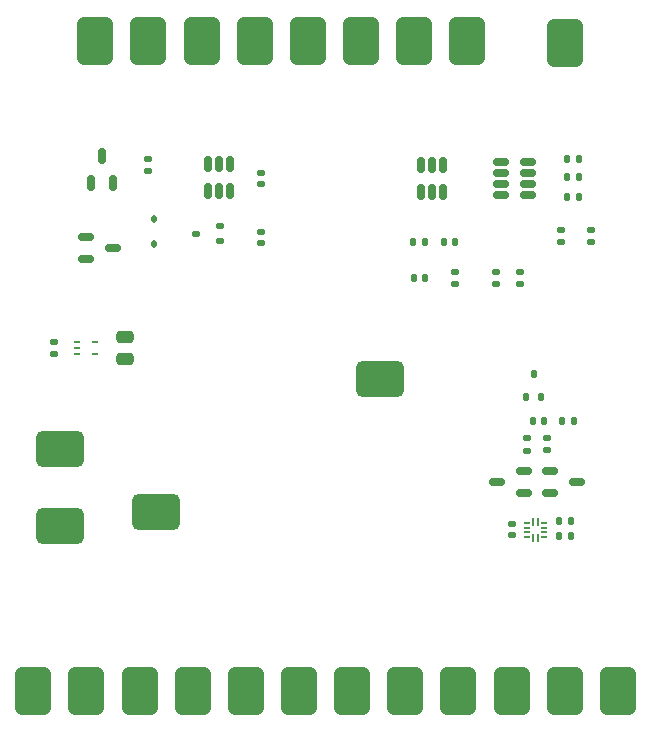
<source format=gbr>
%TF.GenerationSoftware,KiCad,Pcbnew,9.0.3*%
%TF.CreationDate,2025-08-17T21:24:33+09:00*%
%TF.ProjectId,accboard,61636362-6f61-4726-942e-6b696361645f,rev?*%
%TF.SameCoordinates,Original*%
%TF.FileFunction,Soldermask,Top*%
%TF.FilePolarity,Negative*%
%FSLAX46Y46*%
G04 Gerber Fmt 4.6, Leading zero omitted, Abs format (unit mm)*
G04 Created by KiCad (PCBNEW 9.0.3) date 2025-08-17 21:24:33*
%MOMM*%
%LPD*%
G01*
G04 APERTURE LIST*
G04 Aperture macros list*
%AMRoundRect*
0 Rectangle with rounded corners*
0 $1 Rounding radius*
0 $2 $3 $4 $5 $6 $7 $8 $9 X,Y pos of 4 corners*
0 Add a 4 corners polygon primitive as box body*
4,1,4,$2,$3,$4,$5,$6,$7,$8,$9,$2,$3,0*
0 Add four circle primitives for the rounded corners*
1,1,$1+$1,$2,$3*
1,1,$1+$1,$4,$5*
1,1,$1+$1,$6,$7*
1,1,$1+$1,$8,$9*
0 Add four rect primitives between the rounded corners*
20,1,$1+$1,$2,$3,$4,$5,0*
20,1,$1+$1,$4,$5,$6,$7,0*
20,1,$1+$1,$6,$7,$8,$9,0*
20,1,$1+$1,$8,$9,$2,$3,0*%
G04 Aperture macros list end*
%ADD10RoundRect,0.150000X0.150000X-0.512500X0.150000X0.512500X-0.150000X0.512500X-0.150000X-0.512500X0*%
%ADD11RoundRect,0.135000X-0.185000X0.135000X-0.185000X-0.135000X0.185000X-0.135000X0.185000X0.135000X0*%
%ADD12RoundRect,0.135000X0.135000X0.185000X-0.135000X0.185000X-0.135000X-0.185000X0.135000X-0.185000X0*%
%ADD13RoundRect,0.135000X0.185000X-0.135000X0.185000X0.135000X-0.185000X0.135000X-0.185000X-0.135000X0*%
%ADD14RoundRect,0.135000X-0.135000X-0.185000X0.135000X-0.185000X0.135000X0.185000X-0.135000X0.185000X0*%
%ADD15RoundRect,0.450000X1.550000X-1.050000X1.550000X1.050000X-1.550000X1.050000X-1.550000X-1.050000X0*%
%ADD16RoundRect,0.140000X0.140000X0.170000X-0.140000X0.170000X-0.140000X-0.170000X0.140000X-0.170000X0*%
%ADD17RoundRect,0.450000X-1.550000X1.050000X-1.550000X-1.050000X1.550000X-1.050000X1.550000X1.050000X0*%
%ADD18RoundRect,0.150000X-0.512500X-0.150000X0.512500X-0.150000X0.512500X0.150000X-0.512500X0.150000X0*%
%ADD19RoundRect,0.140000X-0.140000X-0.170000X0.140000X-0.170000X0.140000X0.170000X-0.140000X0.170000X0*%
%ADD20RoundRect,0.112500X0.112500X-0.187500X0.112500X0.187500X-0.112500X0.187500X-0.112500X-0.187500X0*%
%ADD21RoundRect,0.140000X-0.170000X0.140000X-0.170000X-0.140000X0.170000X-0.140000X0.170000X0.140000X0*%
%ADD22RoundRect,0.450000X-1.050000X-1.550000X1.050000X-1.550000X1.050000X1.550000X-1.050000X1.550000X0*%
%ADD23RoundRect,0.140000X0.170000X-0.140000X0.170000X0.140000X-0.170000X0.140000X-0.170000X-0.140000X0*%
%ADD24RoundRect,0.112500X-0.112500X-0.237500X0.112500X-0.237500X0.112500X0.237500X-0.112500X0.237500X0*%
%ADD25RoundRect,0.112500X0.237500X-0.112500X0.237500X0.112500X-0.237500X0.112500X-0.237500X-0.112500X0*%
%ADD26R,0.530098X0.254000*%
%ADD27RoundRect,0.250000X0.475000X-0.250000X0.475000X0.250000X-0.475000X0.250000X-0.475000X-0.250000X0*%
%ADD28R,0.200000X0.700001*%
%ADD29R,0.499999X0.200000*%
%ADD30RoundRect,0.150000X0.512500X0.150000X-0.512500X0.150000X-0.512500X-0.150000X0.512500X-0.150000X0*%
G04 APERTURE END LIST*
D10*
%TO.C,U2*%
X102550000Y-51775000D03*
X103500000Y-51775000D03*
X104450000Y-51775000D03*
X104450000Y-49500000D03*
X103500000Y-49500000D03*
X102550000Y-49500000D03*
%TD*%
D11*
%TO.C,R3*%
X79500000Y-48980000D03*
X79500000Y-50000000D03*
%TD*%
D12*
%TO.C,R5*%
X115275000Y-79625000D03*
X114255000Y-79625000D03*
%TD*%
D13*
%TO.C,5K 5K*%
X110950000Y-59520000D03*
X110950000Y-58500000D03*
%TD*%
%TO.C,R9*%
X105490000Y-59520000D03*
X105490000Y-58500000D03*
%TD*%
D14*
%TO.C,R7*%
X114940000Y-50500000D03*
X115960000Y-50500000D03*
%TD*%
D15*
%TO.C,5V*%
X72000000Y-80000000D03*
%TD*%
D11*
%TO.C,R1*%
X116950000Y-55000000D03*
X116950000Y-56020000D03*
%TD*%
D13*
%TO.C,R11*%
X113275000Y-73625000D03*
X113275000Y-72605000D03*
%TD*%
D16*
%TO.C,C6*%
X112985000Y-71125000D03*
X112025000Y-71125000D03*
%TD*%
D17*
%TO.C,J6*%
X99125000Y-67625000D03*
%TD*%
D18*
%TO.C,Q1*%
X74225000Y-55550000D03*
X74225000Y-57450000D03*
X76500000Y-56500000D03*
%TD*%
D17*
%TO.C,J7*%
X80125000Y-78875000D03*
%TD*%
D19*
%TO.C,C1*%
X101990000Y-59000000D03*
X102950000Y-59000000D03*
%TD*%
D20*
%TO.C,D1*%
X80000000Y-56137500D03*
X80000000Y-54037500D03*
%TD*%
D21*
%TO.C,C2*%
X89000000Y-55137500D03*
X89000000Y-56097500D03*
%TD*%
D18*
%TO.C,U3*%
X109362500Y-49187500D03*
X109362500Y-50137500D03*
X109362500Y-51087500D03*
X109362000Y-52037500D03*
X111640000Y-52037500D03*
X111637500Y-51087500D03*
X111637500Y-50137500D03*
X111637500Y-49187500D03*
%TD*%
D22*
%TO.C,J5*%
X114750000Y-39150000D03*
%TD*%
D12*
%TO.C,R6*%
X115950000Y-49000000D03*
X114930000Y-49000000D03*
%TD*%
D15*
%TO.C,3.3V*%
X72000000Y-73500000D03*
%TD*%
D21*
%TO.C,C3*%
X89000000Y-50137500D03*
X89000000Y-51097500D03*
%TD*%
D12*
%TO.C,R2*%
X115950000Y-52137500D03*
X114930000Y-52137500D03*
%TD*%
D13*
%TO.C,R9*%
X108950000Y-59530000D03*
X108950000Y-58510000D03*
%TD*%
D21*
%TO.C,C7*%
X71500000Y-64480586D03*
X71500000Y-65440586D03*
%TD*%
D14*
%TO.C,R4*%
X114255000Y-80875000D03*
X115275000Y-80875000D03*
%TD*%
D23*
%TO.C,C9*%
X110275000Y-80835000D03*
X110275000Y-79875000D03*
%TD*%
D24*
%TO.C,Q6*%
X111475000Y-69125000D03*
X112775000Y-69125000D03*
X112125000Y-67125000D03*
%TD*%
D25*
%TO.C,Q3*%
X85550000Y-55937500D03*
X85550000Y-54637500D03*
X83550000Y-55287500D03*
%TD*%
D22*
%TO.C,J1*%
X69750000Y-94000000D03*
X74250000Y-94000000D03*
X78750000Y-94000000D03*
X83250000Y-94000000D03*
X87750000Y-94000000D03*
X92250000Y-94000000D03*
X96750000Y-94000000D03*
X101250000Y-94000000D03*
X105750000Y-94000000D03*
X110250000Y-94000000D03*
X114750000Y-94000000D03*
X119250000Y-94000000D03*
%TD*%
D26*
%TO.C,U5*%
X73479302Y-64484000D03*
X73479302Y-64992000D03*
X73479302Y-65500000D03*
X75000000Y-65500000D03*
X75000000Y-64484000D03*
%TD*%
D12*
%TO.C,R12*%
X115535000Y-71125000D03*
X114515000Y-71125000D03*
%TD*%
D10*
%TO.C,Q2*%
X74600000Y-51000000D03*
X76500000Y-51000000D03*
X75550000Y-48725000D03*
%TD*%
D16*
%TO.C,C5*%
X105460000Y-56000000D03*
X104500000Y-56000000D03*
%TD*%
D18*
%TO.C,Q5*%
X113525000Y-75375000D03*
X113525000Y-77275000D03*
X115800000Y-76325000D03*
%TD*%
D27*
%TO.C,C8*%
X77550000Y-65910586D03*
X77550000Y-64010586D03*
%TD*%
D22*
%TO.C,J2*%
X106500000Y-39000000D03*
X102000000Y-39000000D03*
X97500000Y-39000000D03*
X93000000Y-39000000D03*
X88500000Y-39000000D03*
X84000000Y-39000000D03*
X79500000Y-39000000D03*
X75000000Y-39000000D03*
%TD*%
D28*
%TO.C,U4*%
X112075000Y-81025001D03*
X112475000Y-81025001D03*
D29*
X113025001Y-80974999D03*
X113025001Y-80575000D03*
X113025001Y-80175000D03*
X113025001Y-79775001D03*
D28*
X112475000Y-79724999D03*
X112075000Y-79724999D03*
D29*
X111524999Y-79775001D03*
X111524999Y-80175000D03*
X111524999Y-80575000D03*
X111524999Y-80974999D03*
%TD*%
D14*
%TO.C,R8*%
X101930000Y-56000000D03*
X102950000Y-56000000D03*
%TD*%
D13*
%TO.C,R10*%
X111525000Y-73645000D03*
X111525000Y-72625000D03*
%TD*%
D10*
%TO.C,U1*%
X84550000Y-51637500D03*
X85500000Y-51637500D03*
X86450000Y-51637500D03*
X86450000Y-49362500D03*
X85500000Y-49362500D03*
X84550000Y-49362500D03*
%TD*%
D23*
%TO.C,C4*%
X114450000Y-55960000D03*
X114450000Y-55000000D03*
%TD*%
D30*
%TO.C,Q4*%
X111275000Y-77275000D03*
X111275000Y-75375000D03*
X109000000Y-76325000D03*
%TD*%
M02*

</source>
